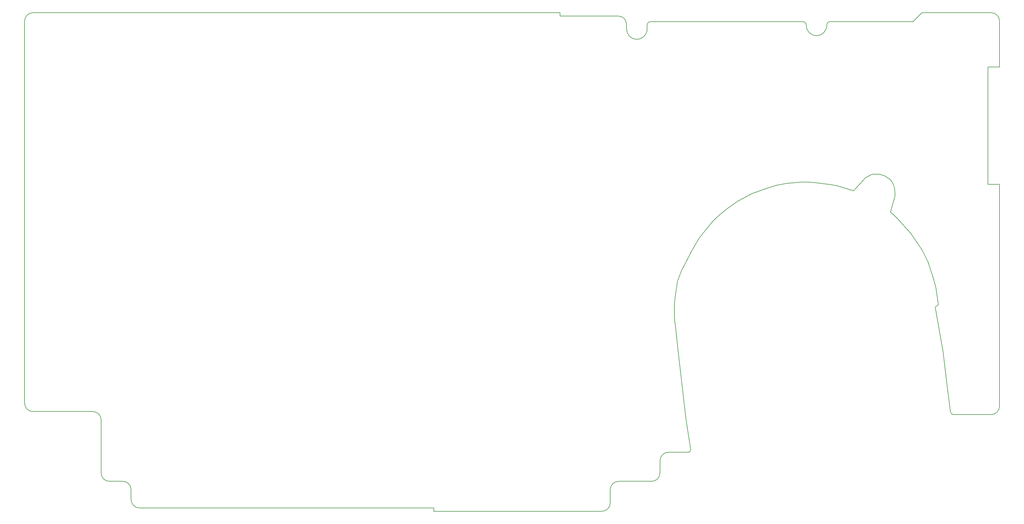
<source format=gbr>
*
G04 Job   : D:\PD-Master\Mas\Mas100n1 ACB_0001_0\Mas100n1 PPC_PORTABILE R_0.pcb*
G04 User  : SHINA:Administrator*
G04 Layer : B-SilkscreenBottom.gbr*
G04 Date  : Thu Feb 04 15:45:02 2021*
G04 RSM MASTER DESIGN srl*
%ICAS*%
%MOMM*%
%FSLAX24Y24*%
%OFA0.0000B0.0000*%
G90*
G74*
%ADD10C,0.15000*%
G01*
G54D10*
X2930000Y1337000D02*
X2895000D01*
Y984000*
X2930000*
Y316000*
G02X2905000Y291000I25000*
G01X2792719*
G02X2782812Y299638J10000*
G01X2773000Y371000*
X2761000Y478000*
X2737000Y614000*
X2746000Y622000*
X2739000Y674000*
X2731000Y702000*
X2715000Y751000*
X2697000Y786000*
X2663000Y836000*
X2623000Y881000*
X2610000Y894000*
X2602000Y900000*
X2609000Y924000*
X2615000Y945000*
X2616000Y950000*
Y956000*
X2615000Y969000*
X2614000Y974000*
X2611000Y983000*
X2608000Y989000*
X2601000Y998000*
X2588000Y1007000*
X2583000Y1010000*
X2569000Y1014000*
X2550000*
X2544000Y1012000*
X2528000Y1004000*
X2491000Y964000*
X2441000Y979000*
X2423000Y983000*
X2375000Y989000*
X2354000Y990000*
X2332000*
X2289000Y986000*
X2261000Y981000*
X2233000Y973000*
X2184000Y955000*
X2142000Y932000*
X2112000Y911000*
X2090000Y893000*
X2080000Y884000*
X2066000Y870000*
X2044000Y843000*
X2027000Y822000*
X2007000Y787000*
X1975000Y725000*
X1962000Y692000*
X1955000Y647000*
X1953000Y623000*
Y591000*
X1954000Y571000*
X1955000Y563000*
X1963000Y491000*
X1982000Y329000*
X1987000Y285000*
X1990000Y261000*
X2001575Y185994*
G02X2001663Y184850I7412J1144*
X1996833Y177841I7500*
G01X1934619Y177597*
G03X1909719Y152883I98J25000*
G01X1909282Y114714*
G02X1884284Y90000I24998J286*
G01X1785000*
G03X1760000Y65000J25000*
G01Y25000*
G02X1735000Y0I25000*
G01X1230000*
Y10000*
X345000*
G02X320000Y35000J25000*
G01Y65000*
G03X295000Y90000I25000*
G01X255000*
G02X230000Y115000J25000*
G01Y275000*
G03X205000Y300000I25000*
G01X25000*
G02X0Y325000J25000*
G01Y1475000*
G02X25000Y1500000I25000*
G01X1609000*
Y1490000*
X1784000*
G02X1809000Y1465000J25000*
G01Y1451000*
G03X1840000Y1420000I31000*
X1871000Y1451000J31000*
G01Y1463000*
G02X1881000Y1473000I10000*
G01X2339000*
G02X2349000Y1463000J10000*
G01Y1462000*
G03X2380000Y1431000I31000*
X2411000Y1462000J31000*
G01Y1463000*
G02X2421000Y1473000I10000*
G01X2670000*
X2697500Y1500000*
X2905000*
G02X2930000Y1475000J25000*
G01Y1337000*
G04 SERIGRAFIA BOT*
M02*

</source>
